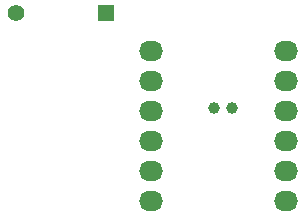
<source format=gbs>
%FSLAX46Y46*%
G04 Gerber Fmt 4.6, Leading zero omitted, Abs format (unit mm)*
G04 Created by KiCad (PCBNEW (2014-10-27 BZR 5228)-product) date 20/04/2015 15:04:09*
%MOMM*%
G01*
G04 APERTURE LIST*
%ADD10C,0.100000*%
%ADD11O,2.032000X1.727200*%
%ADD12R,1.397000X1.397000*%
%ADD13C,1.397000*%
%ADD14C,1.000760*%
G04 APERTURE END LIST*
D10*
D11*
X202565000Y-103632000D03*
X202565000Y-106172000D03*
X202565000Y-108712000D03*
X202565000Y-111252000D03*
X202565000Y-113792000D03*
X202565000Y-116332000D03*
X213995000Y-103632000D03*
X213995000Y-106172000D03*
X213995000Y-108712000D03*
X213995000Y-111252000D03*
X213995000Y-113792000D03*
X213995000Y-116332000D03*
D12*
X198691500Y-100457000D03*
D13*
X191071500Y-100457000D03*
D14*
X207911700Y-108521500D03*
X209410300Y-108521500D03*
M02*

</source>
